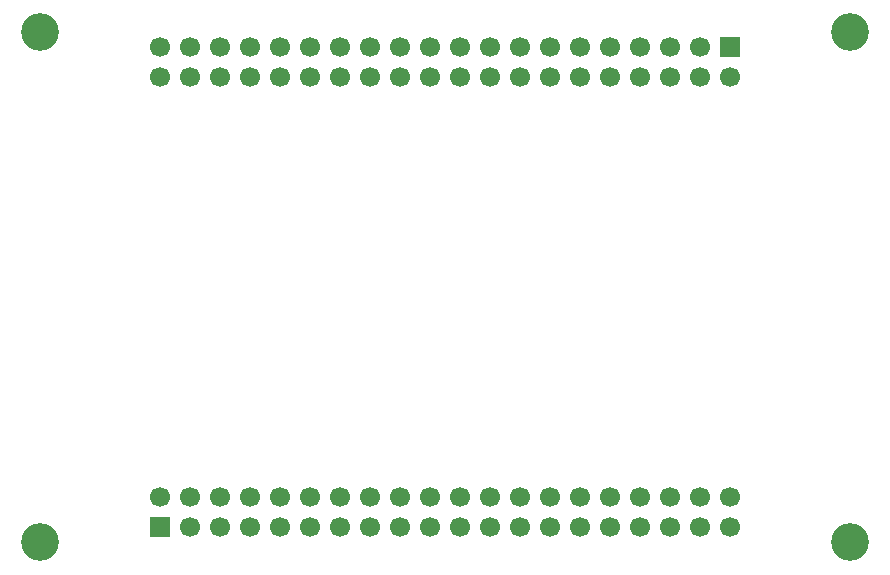
<source format=gbr>
%TF.GenerationSoftware,KiCad,Pcbnew,6.0.7+dfsg-1+b1*%
%TF.CreationDate,2022-09-10T22:10:26+08:00*%
%TF.ProjectId,memw25q128,6d656d77-3235-4713-9132-382e6b696361,a*%
%TF.SameCoordinates,PX678e028PY74e0a78*%
%TF.FileFunction,Soldermask,Bot*%
%TF.FilePolarity,Negative*%
%FSLAX46Y46*%
G04 Gerber Fmt 4.6, Leading zero omitted, Abs format (unit mm)*
G04 Created by KiCad (PCBNEW 6.0.7+dfsg-1+b1) date 2022-09-10 22:10:26*
%MOMM*%
%LPD*%
G01*
G04 APERTURE LIST*
%ADD10C,3.200000*%
%ADD11R,1.700000X1.700000*%
%ADD12C,1.700000*%
G04 APERTURE END LIST*
D10*
%TO.C,J1*%
X3810000Y46990000D03*
X72390000Y46990000D03*
X72390000Y3810000D03*
X3810000Y3810000D03*
D11*
X13970000Y5080000D03*
D12*
X13970000Y7620000D03*
X16510000Y5080000D03*
X16510000Y7620000D03*
X19050000Y5080000D03*
X19050000Y7620000D03*
X21590000Y5080000D03*
X21590000Y7620000D03*
X24130000Y5080000D03*
X24130000Y7620000D03*
X26670000Y5080000D03*
X26670000Y7620000D03*
X29210000Y5080000D03*
X29210000Y7620000D03*
X31750000Y5080000D03*
X31750000Y7620000D03*
X34290000Y5080000D03*
X34290000Y7620000D03*
X36830000Y5080000D03*
X36830000Y7620000D03*
X39370000Y5080000D03*
X39370000Y7620000D03*
X41910000Y5080000D03*
X41910000Y7620000D03*
X44450000Y5080000D03*
X44450000Y7620000D03*
X46990000Y5080000D03*
X46990000Y7620000D03*
X49530000Y5080000D03*
X49530000Y7620000D03*
X52070000Y5080000D03*
X52070000Y7620000D03*
X54610000Y5080000D03*
X54610000Y7620000D03*
X57150000Y5080000D03*
X57150000Y7620000D03*
X59690000Y5080000D03*
X59690000Y7620000D03*
X62230000Y5080000D03*
X62230000Y7620000D03*
D11*
X62230000Y45720000D03*
D12*
X62230000Y43180000D03*
X59690000Y45720000D03*
X59690000Y43180000D03*
X57150000Y45720000D03*
X57150000Y43180000D03*
X54610000Y45720000D03*
X54610000Y43180000D03*
X52070000Y45720000D03*
X52070000Y43180000D03*
X49530000Y45720000D03*
X49530000Y43180000D03*
X46990000Y45720000D03*
X46990000Y43180000D03*
X44450000Y45720000D03*
X44450000Y43180000D03*
X41910000Y45720000D03*
X41910000Y43180000D03*
X39370000Y45720000D03*
X39370000Y43180000D03*
X36830000Y45720000D03*
X36830000Y43180000D03*
X34290000Y45720000D03*
X34290000Y43180000D03*
X31750000Y45720000D03*
X31750000Y43180000D03*
X29210000Y45720000D03*
X29210000Y43180000D03*
X26670000Y45720000D03*
X26670000Y43180000D03*
X24130000Y45720000D03*
X24130000Y43180000D03*
X21590000Y45720000D03*
X21590000Y43180000D03*
X19050000Y45720000D03*
X19050000Y43180000D03*
X16510000Y45720000D03*
X16510000Y43180000D03*
X13970000Y45720000D03*
X13970000Y43180000D03*
%TD*%
M02*

</source>
